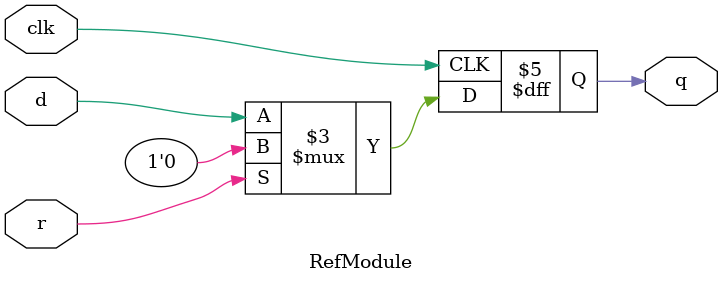
<source format=sv>

module RefModule (
  input clk,
  input d,
  input r,
  output logic q
);

  always@(posedge clk) begin
    if (r)
      q <= 0;
    else
      q <= d;
  end

endmodule

</source>
